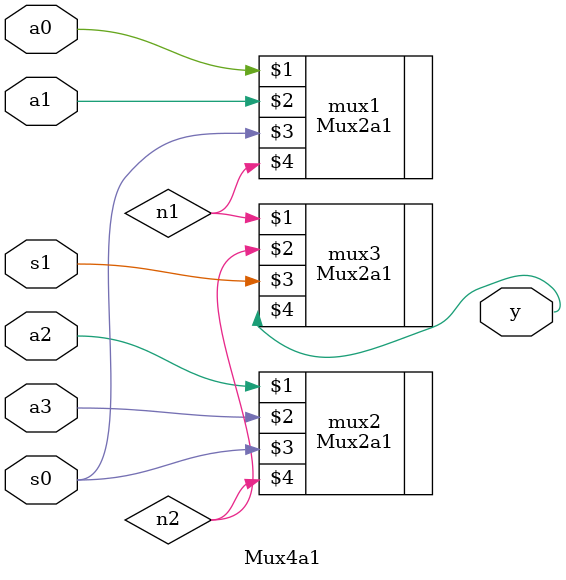
<source format=v>
`timescale 1ns / 1ps


module Mux4a1(a0, a1, a2, a3, s0, s1, y);
    input a0, a1, a2, a3, s0, s1;
    output y;
    
    wire n1, n2;
    
    Mux2a1 mux1(a0, a1, s0, n1);
    Mux2a1 mux2(a2, a3, s0, n2);
    
    Mux2a1 mux3(n1, n2, s1, y);

endmodule

</source>
